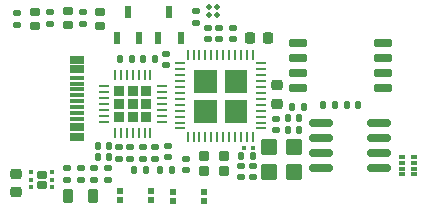
<source format=gtp>
G04 #@! TF.GenerationSoftware,KiCad,Pcbnew,8.0.2*
G04 #@! TF.CreationDate,2024-11-02T18:00:51+05:00*
G04 #@! TF.ProjectId,obsidian-boa-r0.1,6f627369-6469-4616-9e2d-626f612d7230,r0.1*
G04 #@! TF.SameCoordinates,Original*
G04 #@! TF.FileFunction,Paste,Top*
G04 #@! TF.FilePolarity,Positive*
%FSLAX46Y46*%
G04 Gerber Fmt 4.6, Leading zero omitted, Abs format (unit mm)*
G04 Created by KiCad (PCBNEW 8.0.2) date 2024-11-02 18:00:51*
%MOMM*%
%LPD*%
G01*
G04 APERTURE LIST*
G04 Aperture macros list*
%AMRoundRect*
0 Rectangle with rounded corners*
0 $1 Rounding radius*
0 $2 $3 $4 $5 $6 $7 $8 $9 X,Y pos of 4 corners*
0 Add a 4 corners polygon primitive as box body*
4,1,4,$2,$3,$4,$5,$6,$7,$8,$9,$2,$3,0*
0 Add four circle primitives for the rounded corners*
1,1,$1+$1,$2,$3*
1,1,$1+$1,$4,$5*
1,1,$1+$1,$6,$7*
1,1,$1+$1,$8,$9*
0 Add four rect primitives between the rounded corners*
20,1,$1+$1,$2,$3,$4,$5,0*
20,1,$1+$1,$4,$5,$6,$7,0*
20,1,$1+$1,$6,$7,$8,$9,0*
20,1,$1+$1,$8,$9,$2,$3,0*%
G04 Aperture macros list end*
%ADD10C,0.010000*%
%ADD11R,0.550000X0.550000*%
%ADD12RoundRect,0.174375X0.253125X-0.174375X0.253125X0.174375X-0.253125X0.174375X-0.253125X-0.174375X0*%
%ADD13RoundRect,0.147500X0.172500X-0.147500X0.172500X0.147500X-0.172500X0.147500X-0.172500X-0.147500X0*%
%ADD14RoundRect,0.075000X-0.550000X0.225000X-0.550000X-0.225000X0.550000X-0.225000X0.550000X0.225000X0*%
%ADD15RoundRect,0.075000X-0.550000X0.075000X-0.550000X-0.075000X0.550000X-0.075000X0.550000X0.075000X0*%
%ADD16RoundRect,0.218750X0.256250X-0.218750X0.256250X0.218750X-0.256250X0.218750X-0.256250X-0.218750X0*%
%ADD17RoundRect,0.147500X-0.172500X0.147500X-0.172500X-0.147500X0.172500X-0.147500X0.172500X0.147500X0*%
%ADD18RoundRect,0.147500X0.147500X0.172500X-0.147500X0.172500X-0.147500X-0.172500X0.147500X-0.172500X0*%
%ADD19RoundRect,0.112500X-0.112500X0.112500X-0.112500X-0.112500X0.112500X-0.112500X0.112500X0.112500X0*%
%ADD20RoundRect,0.225000X-0.225000X-0.225000X0.225000X-0.225000X0.225000X0.225000X-0.225000X0.225000X0*%
%ADD21RoundRect,0.062500X-0.337500X-0.062500X0.337500X-0.062500X0.337500X0.062500X-0.337500X0.062500X0*%
%ADD22RoundRect,0.062500X-0.062500X-0.337500X0.062500X-0.337500X0.062500X0.337500X-0.062500X0.337500X0*%
%ADD23RoundRect,0.135000X0.135000X0.185000X-0.135000X0.185000X-0.135000X-0.185000X0.135000X-0.185000X0*%
%ADD24RoundRect,0.172500X0.262500X0.172500X-0.262500X0.172500X-0.262500X-0.172500X0.262500X-0.172500X0*%
%ADD25RoundRect,0.093750X0.093750X0.106250X-0.093750X0.106250X-0.093750X-0.106250X0.093750X-0.106250X0*%
%ADD26RoundRect,0.150000X0.650000X0.150000X-0.650000X0.150000X-0.650000X-0.150000X0.650000X-0.150000X0*%
%ADD27RoundRect,0.135000X-0.185000X0.135000X-0.185000X-0.135000X0.185000X-0.135000X0.185000X0.135000X0*%
%ADD28RoundRect,0.135000X-0.135000X-0.185000X0.135000X-0.185000X0.135000X0.185000X-0.135000X0.185000X0*%
%ADD29RoundRect,0.218750X-0.218750X-0.256250X0.218750X-0.256250X0.218750X0.256250X-0.218750X0.256250X0*%
%ADD30R,0.500000X0.400000*%
%ADD31R,0.500000X0.300000*%
%ADD32R,0.600000X1.100000*%
%ADD33RoundRect,0.147500X-0.147500X-0.172500X0.147500X-0.172500X0.147500X0.172500X-0.147500X0.172500X0*%
%ADD34RoundRect,0.140000X-0.140000X-0.170000X0.140000X-0.170000X0.140000X0.170000X-0.140000X0.170000X0*%
%ADD35RoundRect,0.135000X0.185000X-0.135000X0.185000X0.135000X-0.185000X0.135000X-0.185000X-0.135000X0*%
%ADD36RoundRect,0.200000X-0.250000X0.200000X-0.250000X-0.200000X0.250000X-0.200000X0.250000X0.200000X0*%
%ADD37RoundRect,0.135000X0.540000X0.540000X-0.540000X0.540000X-0.540000X-0.540000X0.540000X-0.540000X0*%
%ADD38RoundRect,0.140000X0.170000X-0.140000X0.170000X0.140000X-0.170000X0.140000X-0.170000X-0.140000X0*%
%ADD39RoundRect,0.218750X-0.218750X-0.381250X0.218750X-0.381250X0.218750X0.381250X-0.218750X0.381250X0*%
%ADD40RoundRect,0.150000X0.825000X0.150000X-0.825000X0.150000X-0.825000X-0.150000X0.825000X-0.150000X0*%
%ADD41RoundRect,0.225000X-0.250000X0.225000X-0.250000X-0.225000X0.250000X-0.225000X0.250000X0.225000X0*%
%ADD42RoundRect,0.079500X-0.079500X-0.100500X0.079500X-0.100500X0.079500X0.100500X-0.079500X0.100500X0*%
%ADD43R,0.840000X0.260000*%
%ADD44R,0.260000X0.840000*%
G04 APERTURE END LIST*
D10*
X120598440Y-101495000D02*
X118775000Y-101495000D01*
X118775000Y-99675588D01*
X120598440Y-99675588D01*
X120598440Y-101495000D01*
G36*
X120598440Y-101495000D02*
G01*
X118775000Y-101495000D01*
X118775000Y-99675588D01*
X120598440Y-99675588D01*
X120598440Y-101495000D01*
G37*
X118024385Y-101495000D02*
X116205000Y-101495000D01*
X116205000Y-99675615D01*
X118024385Y-99675615D01*
X118024385Y-101495000D01*
G36*
X118024385Y-101495000D02*
G01*
X116205000Y-101495000D01*
X116205000Y-99675615D01*
X118024385Y-99675615D01*
X118024385Y-101495000D01*
G37*
X120597080Y-98925000D02*
X118775000Y-98925000D01*
X118775000Y-97102920D01*
X120597080Y-97102920D01*
X120597080Y-98925000D01*
G36*
X120597080Y-98925000D02*
G01*
X118775000Y-98925000D01*
X118775000Y-97102920D01*
X120597080Y-97102920D01*
X120597080Y-98925000D01*
G37*
X118024922Y-98925000D02*
X116205000Y-98925000D01*
X116205000Y-97104540D01*
X118024922Y-97104540D01*
X118024922Y-98925000D01*
G36*
X118024922Y-98925000D02*
G01*
X116205000Y-98925000D01*
X116205000Y-97104540D01*
X118024922Y-97104540D01*
X118024922Y-98925000D01*
G37*
D11*
X112575000Y-108075000D03*
X112575000Y-107325000D03*
X109925000Y-107325000D03*
X109925000Y-108075000D03*
D12*
X102700000Y-93387500D03*
X102700000Y-92212500D03*
X105500000Y-93287500D03*
X105500000Y-92112500D03*
D13*
X119500000Y-94485000D03*
X119500000Y-93515000D03*
D12*
X108200000Y-93387500D03*
X108200000Y-92212500D03*
D14*
X106245000Y-96250000D03*
X106245000Y-97050000D03*
D15*
X106245000Y-98250000D03*
X106245000Y-99250000D03*
X106245000Y-99750000D03*
X106245000Y-100750000D03*
D14*
X106245000Y-101950000D03*
X106245000Y-102750000D03*
X106245000Y-102750000D03*
X106245000Y-101950000D03*
D15*
X106245000Y-101250000D03*
X106245000Y-100250000D03*
X106245000Y-98750000D03*
X106245000Y-97750000D03*
D14*
X106245000Y-97050000D03*
X106245000Y-96250000D03*
D16*
X123200000Y-99987500D03*
X123200000Y-98412500D03*
D17*
X101200000Y-92315000D03*
X101200000Y-93285000D03*
X104000000Y-92215000D03*
X104000000Y-93185000D03*
X106800000Y-92215000D03*
X106800000Y-93185000D03*
D18*
X112085000Y-105600000D03*
X111115000Y-105600000D03*
D13*
X113800000Y-96685000D03*
X113800000Y-95715000D03*
D19*
X118125000Y-91775000D03*
X118125000Y-92425000D03*
X117475000Y-92425000D03*
X117475000Y-91775000D03*
D20*
X109880000Y-98880000D03*
X109880000Y-100000000D03*
X109880000Y-101120000D03*
X111000000Y-98880000D03*
X111000000Y-100000000D03*
X111000000Y-101120000D03*
X112120000Y-98880000D03*
X112120000Y-100000000D03*
X112120000Y-101120000D03*
D21*
X108550000Y-98500000D03*
X108550000Y-99000000D03*
X108550000Y-99500000D03*
X108550000Y-100000000D03*
X108550000Y-100500000D03*
X108550000Y-101000000D03*
X108550000Y-101500000D03*
D22*
X109500000Y-102450000D03*
X110000000Y-102450000D03*
X110500000Y-102450000D03*
X111000000Y-102450000D03*
X111500000Y-102450000D03*
X112000000Y-102450000D03*
X112500000Y-102450000D03*
D21*
X113450000Y-101500000D03*
X113450000Y-101000000D03*
X113450000Y-100500000D03*
X113450000Y-100000000D03*
X113450000Y-99500000D03*
X113450000Y-99000000D03*
X113450000Y-98500000D03*
D22*
X112500000Y-97550000D03*
X112000000Y-97550000D03*
X111500000Y-97550000D03*
X111000000Y-97550000D03*
X110500000Y-97550000D03*
X110000000Y-97550000D03*
X109500000Y-97550000D03*
D23*
X114310000Y-105600000D03*
X113290000Y-105600000D03*
D24*
X103300000Y-106800000D03*
X103300000Y-106000000D03*
D25*
X104187500Y-107050000D03*
X104187500Y-106400000D03*
X104187500Y-105750000D03*
X102412500Y-105750000D03*
X102412500Y-106400000D03*
X102412500Y-107050000D03*
D17*
X115500000Y-104615000D03*
X115500000Y-105585000D03*
D26*
X132200000Y-98605000D03*
X132200000Y-97335000D03*
X132200000Y-96065000D03*
X132200000Y-94795000D03*
X125000000Y-94795000D03*
X125000000Y-96065000D03*
X125000000Y-97335000D03*
X125000000Y-98605000D03*
D27*
X110800000Y-103590000D03*
X110800000Y-104610000D03*
D28*
X109890000Y-96200000D03*
X110910000Y-96200000D03*
D29*
X120912500Y-94400000D03*
X122487500Y-94400000D03*
D30*
X133800000Y-104450000D03*
D31*
X133800000Y-104950000D03*
X133800000Y-105450000D03*
D30*
X133800000Y-105950000D03*
X134800000Y-105950000D03*
D31*
X134800000Y-105450000D03*
X134800000Y-104950000D03*
D30*
X134800000Y-104450000D03*
D32*
X113150000Y-94400000D03*
X115050000Y-94400000D03*
X114100000Y-92200000D03*
D17*
X123100000Y-101215000D03*
X123100000Y-102185000D03*
D33*
X124115000Y-102200000D03*
X125085000Y-102200000D03*
D34*
X108020000Y-104500000D03*
X108980000Y-104500000D03*
D11*
X114425000Y-107425000D03*
X114425000Y-108175000D03*
X117075000Y-108175000D03*
X117075000Y-107425000D03*
D13*
X116400000Y-92115000D03*
X116400000Y-93085000D03*
X120200000Y-106185000D03*
X120200000Y-105215000D03*
D27*
X105400000Y-105390000D03*
X105400000Y-106410000D03*
D35*
X112900000Y-104610000D03*
X112900000Y-103590000D03*
D33*
X129115000Y-100100000D03*
X130085000Y-100100000D03*
D13*
X118300000Y-94485000D03*
X118300000Y-93515000D03*
X117400000Y-94485000D03*
X117400000Y-93515000D03*
D18*
X128085000Y-100100000D03*
X127115000Y-100100000D03*
D33*
X124115000Y-101200000D03*
X125085000Y-101200000D03*
D36*
X118725000Y-104375000D03*
X117075000Y-104375000D03*
X117075000Y-105625000D03*
X118725000Y-105625000D03*
D34*
X108040000Y-103530000D03*
X109000000Y-103530000D03*
D33*
X124515000Y-100200000D03*
X125485000Y-100200000D03*
D35*
X109800000Y-104610000D03*
X109800000Y-103590000D03*
D32*
X109650000Y-94400000D03*
X111550000Y-94400000D03*
X110600000Y-92200000D03*
D37*
X122525000Y-103625000D03*
X124675000Y-105775000D03*
X124675000Y-103625000D03*
X122525000Y-105775000D03*
D38*
X107700000Y-106380000D03*
X107700000Y-105420000D03*
D39*
X105537500Y-107800000D03*
X107662500Y-107800000D03*
D27*
X111900000Y-103590000D03*
X111900000Y-104610000D03*
D40*
X131875000Y-105405000D03*
X131875000Y-104135000D03*
X131875000Y-102865000D03*
X131875000Y-101595000D03*
X126925000Y-101595000D03*
X126925000Y-102865000D03*
X126925000Y-104135000D03*
X126925000Y-105405000D03*
D17*
X114000000Y-103515000D03*
X114000000Y-104485000D03*
D41*
X101100000Y-105925000D03*
X101100000Y-107475000D03*
D35*
X106600000Y-106410000D03*
X106600000Y-105390000D03*
D23*
X121210000Y-104400000D03*
X120190000Y-104400000D03*
D42*
X120455000Y-103700000D03*
X121145000Y-103700000D03*
D23*
X112910000Y-96200000D03*
X111890000Y-96200000D03*
D38*
X108900000Y-106380000D03*
X108900000Y-105420000D03*
D43*
X121835000Y-102050000D03*
X121835000Y-101550000D03*
X121835000Y-101050000D03*
X121835000Y-100550000D03*
X121835000Y-100050000D03*
X121835000Y-99550000D03*
X121835000Y-99050000D03*
X121835000Y-98550000D03*
X121835000Y-98050000D03*
X121835000Y-97550000D03*
X121835000Y-97050000D03*
X121835000Y-96550000D03*
D44*
X121150000Y-95865000D03*
X120650000Y-95865000D03*
X120150000Y-95865000D03*
X119650000Y-95865000D03*
X119150000Y-95865000D03*
X118650000Y-95865000D03*
X118150000Y-95865000D03*
X117650000Y-95865000D03*
X117150000Y-95865000D03*
X116650000Y-95865000D03*
X116150000Y-95865000D03*
X115650000Y-95865000D03*
D43*
X114965000Y-96550000D03*
X114965000Y-97050000D03*
X114965000Y-97550000D03*
X114965000Y-98050000D03*
X114965000Y-98550000D03*
X114965000Y-99050000D03*
X114965000Y-99550000D03*
X114965000Y-100050000D03*
X114965000Y-100550000D03*
X114965000Y-101050000D03*
X114965000Y-101550000D03*
X114965000Y-102050000D03*
D44*
X115650000Y-102735000D03*
X116150000Y-102735000D03*
X116650000Y-102735000D03*
X117150000Y-102735000D03*
X117650000Y-102735000D03*
X118150000Y-102735000D03*
X118650000Y-102735000D03*
X119150000Y-102735000D03*
X119650000Y-102735000D03*
X120150000Y-102735000D03*
X120650000Y-102735000D03*
X121150000Y-102735000D03*
D38*
X121200000Y-106180000D03*
X121200000Y-105220000D03*
M02*

</source>
